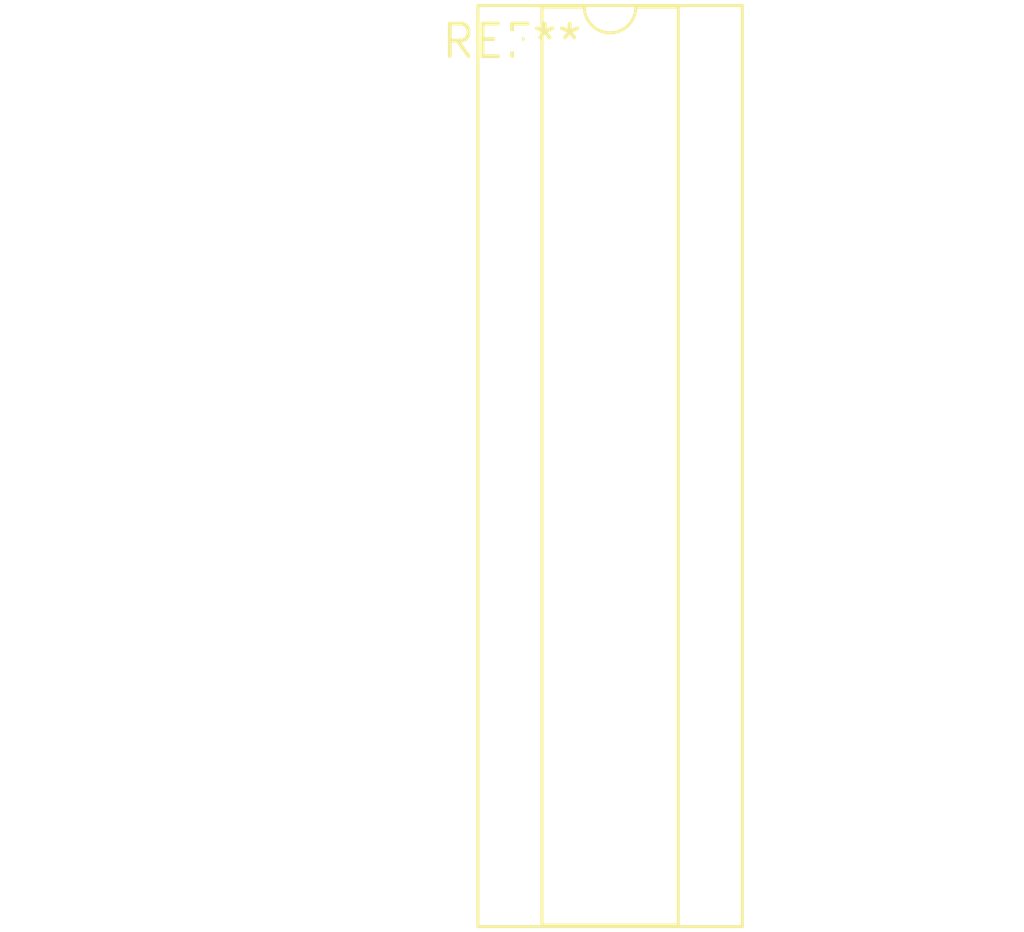
<source format=kicad_pcb>
(kicad_pcb (version 20240108) (generator pcbnew)
  (layers (0 "F.Cu" signal) (31 "B.Cu" signal) (34 "B.Paste" user) (35 "F.Paste" user) (36 "B.SilkS" user "B.Silkscreen") (37 "F.SilkS" user "F.Silkscreen") (38 "B.Mask" user) (39 "F.Mask" user) (44 "Edge.Cuts" user))
  (net 0 "")
  (footprint "CERDIP-28_W7.62mm_SideBrazed_Socket" (layer "F.Cu") (at 0 0)
    (property "Reference" "REF**")
    (property "Value" "CERDIP-28_W7.62mm_SideBrazed_Socket")
    (fp_line (start -1.33 -1.39) (end -1.33 34.41) (layer "F.SilkS") (stroke (width 0.12)))
    (fp_line (start -1.33 34.41) (end 8.95 34.41) (layer "F.SilkS") (stroke (width 0.12)))
    (fp_line (start 1.16 -1.33) (end 1.16 34.35) (layer "F.SilkS") (stroke (width 0.12)))
    (fp_line (start 1.16 34.35) (end 6.46 34.35) (layer "F.SilkS") (stroke (width 0.12)))
    (fp_line (start 2.81 -1.33) (end 1.16 -1.33) (layer "F.SilkS") (stroke (width 0.12)))
    (fp_line (start 6.46 -1.33) (end 4.81 -1.33) (layer "F.SilkS") (stroke (width 0.12)))
    (fp_line (start 6.46 34.35) (end 6.46 -1.33) (layer "F.SilkS") (stroke (width 0.12)))
    (fp_line (start 8.95 -1.39) (end -1.33 -1.39) (layer "F.SilkS") (stroke (width 0.12)))
    (fp_line (start 8.95 34.41) (end 8.95 -1.39) (layer "F.SilkS") (stroke (width 0.12)))
    (fp_arc (start 4.81 -1.33) (mid 3.81 -0.33) (end 2.81 -1.33) (layer "F.SilkS") (stroke (width 0.12)))
    (pad "1" thru_hole rect (at 0 0) (size 1.6 1.6) (drill 0.8) (layers *.Cu *.Mask) (remove_unused_layers))
    (pad "2" thru_hole circle (at 0 2.54) (size 1.6 1.6) (drill 0.8) (layers *.Cu *.Mask) (remove_unused_layers))
    (pad "3" thru_hole circle (at 0 5.08) (size 1.6 1.6) (drill 0.8) (layers *.Cu *.Mask) (remove_unused_layers))
    (pad "4" thru_hole circle (at 0 7.62) (size 1.6 1.6) (drill 0.8) (layers *.Cu *.Mask) (remove_unused_layers))
    (pad "5" thru_hole circle (at 0 10.16) (size 1.6 1.6) (drill 0.8) (layers *.Cu *.Mask) (remove_unused_layers))
    (pad "6" thru_hole circle (at 0 12.7) (size 1.6 1.6) (drill 0.8) (layers *.Cu *.Mask) (remove_unused_layers))
    (pad "7" thru_hole circle (at 0 15.24) (size 1.6 1.6) (drill 0.8) (layers *.Cu *.Mask) (remove_unused_layers))
    (pad "8" thru_hole circle (at 0 17.78) (size 1.6 1.6) (drill 0.8) (layers *.Cu *.Mask) (remove_unused_layers))
    (pad "9" thru_hole circle (at 0 20.32) (size 1.6 1.6) (drill 0.8) (layers *.Cu *.Mask) (remove_unused_layers))
    (pad "10" thru_hole circle (at 0 22.86) (size 1.6 1.6) (drill 0.8) (layers *.Cu *.Mask) (remove_unused_layers))
    (pad "11" thru_hole circle (at 0 25.4) (size 1.6 1.6) (drill 0.8) (layers *.Cu *.Mask) (remove_unused_layers))
    (pad "12" thru_hole circle (at 0 27.94) (size 1.6 1.6) (drill 0.8) (layers *.Cu *.Mask) (remove_unused_layers))
    (pad "13" thru_hole circle (at 0 30.48) (size 1.6 1.6) (drill 0.8) (layers *.Cu *.Mask) (remove_unused_layers))
    (pad "14" thru_hole circle (at 0 33.02) (size 1.6 1.6) (drill 0.8) (layers *.Cu *.Mask) (remove_unused_layers))
    (pad "15" thru_hole circle (at 7.62 33.02) (size 1.6 1.6) (drill 0.8) (layers *.Cu *.Mask) (remove_unused_layers))
    (pad "16" thru_hole circle (at 7.62 30.48) (size 1.6 1.6) (drill 0.8) (layers *.Cu *.Mask) (remove_unused_layers))
    (pad "17" thru_hole circle (at 7.62 27.94) (size 1.6 1.6) (drill 0.8) (layers *.Cu *.Mask) (remove_unused_layers))
    (pad "18" thru_hole circle (at 7.62 25.4) (size 1.6 1.6) (drill 0.8) (layers *.Cu *.Mask) (remove_unused_layers))
    (pad "19" thru_hole circle (at 7.62 22.86) (size 1.6 1.6) (drill 0.8) (layers *.Cu *.Mask) (remove_unused_layers))
    (pad "20" thru_hole circle (at 7.62 20.32) (size 1.6 1.6) (drill 0.8) (layers *.Cu *.Mask) (remove_unused_layers))
    (pad "21" thru_hole circle (at 7.62 17.78) (size 1.6 1.6) (drill 0.8) (layers *.Cu *.Mask) (remove_unused_layers))
    (pad "22" thru_hole circle (at 7.62 15.24) (size 1.6 1.6) (drill 0.8) (layers *.Cu *.Mask) (remove_unused_layers))
    (pad "23" thru_hole circle (at 7.62 12.7) (size 1.6 1.6) (drill 0.8) (layers *.Cu *.Mask) (remove_unused_layers))
    (pad "24" thru_hole circle (at 7.62 10.16) (size 1.6 1.6) (drill 0.8) (layers *.Cu *.Mask) (remove_unused_layers))
    (pad "25" thru_hole circle (at 7.62 7.62) (size 1.6 1.6) (drill 0.8) (layers *.Cu *.Mask) (remove_unused_layers))
    (pad "26" thru_hole circle (at 7.62 5.08) (size 1.6 1.6) (drill 0.8) (layers *.Cu *.Mask) (remove_unused_layers))
    (pad "27" thru_hole circle (at 7.62 2.54) (size 1.6 1.6) (drill 0.8) (layers *.Cu *.Mask) (remove_unused_layers))
    (pad "28" thru_hole circle (at 7.62 0) (size 1.6 1.6) (drill 0.8) (layers *.Cu *.Mask) (remove_unused_layers))
  )
)
</source>
